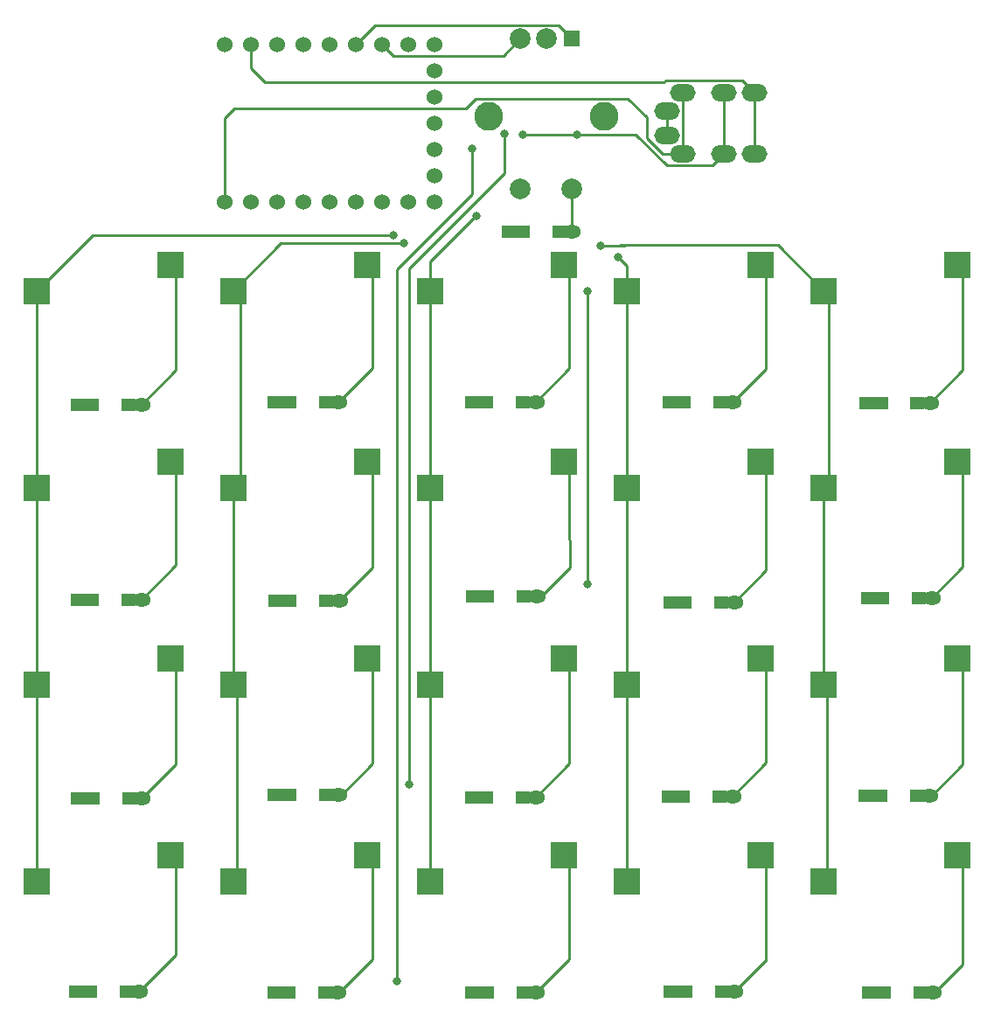
<source format=gbr>
%TF.GenerationSoftware,KiCad,Pcbnew,7.0.1-0*%
%TF.CreationDate,2023-09-11T21:36:53+09:00*%
%TF.ProjectId,jisaku20rp_right_re,6a697361-6b75-4323-9072-705f72696768,rev?*%
%TF.SameCoordinates,Original*%
%TF.FileFunction,Copper,L2,Bot*%
%TF.FilePolarity,Positive*%
%FSLAX46Y46*%
G04 Gerber Fmt 4.6, Leading zero omitted, Abs format (unit mm)*
G04 Created by KiCad (PCBNEW 7.0.1-0) date 2023-09-11 21:36:53*
%MOMM*%
%LPD*%
G01*
G04 APERTURE LIST*
%TA.AperFunction,ComponentPad*%
%ADD10O,2.500000X1.700000*%
%TD*%
%TA.AperFunction,SMDPad,CuDef*%
%ADD11R,2.550000X2.500000*%
%TD*%
%TA.AperFunction,ComponentPad*%
%ADD12C,1.524000*%
%TD*%
%TA.AperFunction,ComponentPad*%
%ADD13R,1.500000X1.500000*%
%TD*%
%TA.AperFunction,ComponentPad*%
%ADD14C,2.000000*%
%TD*%
%TA.AperFunction,ComponentPad*%
%ADD15C,2.800000*%
%TD*%
%TA.AperFunction,ComponentPad*%
%ADD16R,1.778000X1.300000*%
%TD*%
%TA.AperFunction,SMDPad,CuDef*%
%ADD17R,1.400000X1.300000*%
%TD*%
%TA.AperFunction,ComponentPad*%
%ADD18O,1.778000X1.300000*%
%TD*%
%TA.AperFunction,ViaPad*%
%ADD19C,0.800000*%
%TD*%
%TA.AperFunction,Conductor*%
%ADD20C,0.250000*%
%TD*%
G04 APERTURE END LIST*
D10*
%TO.P,J1,A*%
%TO.N,unconnected-(J1-PadA)*%
X53940000Y19990000D03*
X53940000Y17540000D03*
%TO.P,J1,B*%
%TO.N,data*%
X62440000Y21740000D03*
X62440000Y15790000D03*
%TO.P,J1,C*%
%TO.N,GND*%
X59440000Y21740000D03*
X59440000Y15790000D03*
%TO.P,J1,D*%
%TO.N,VCC*%
X55440000Y21740000D03*
X55440000Y15790000D03*
%TD*%
D11*
%TO.P,SW15,1,1*%
%TO.N,col4*%
X69115000Y-35560000D03*
%TO.P,SW15,2,2*%
%TO.N,Net-(D15-A)*%
X82042000Y-33020000D03*
%TD*%
%TO.P,SW1,1,1*%
%TO.N,col0*%
X-7085000Y2540000D03*
%TO.P,SW1,2,2*%
%TO.N,Net-(D1-A)*%
X5842000Y5080000D03*
%TD*%
%TO.P,SW14,1,1*%
%TO.N,col3*%
X50065000Y-35560000D03*
%TO.P,SW14,2,2*%
%TO.N,Net-(D14-A)*%
X62992000Y-33020000D03*
%TD*%
%TO.P,SW2,1,1*%
%TO.N,col1*%
X11965000Y2540000D03*
%TO.P,SW2,2,2*%
%TO.N,Net-(D2-A)*%
X24892000Y5080000D03*
%TD*%
%TO.P,SW17,1,1*%
%TO.N,col1*%
X11965000Y-54610000D03*
%TO.P,SW17,2,2*%
%TO.N,Net-(D17-A)*%
X24892000Y-52070000D03*
%TD*%
D12*
%TO.P,U2,0,GP0*%
%TO.N,unconnected-(U2-GP0-Pad0)*%
X11110000Y26410000D03*
%TO.P,U2,1,GP1*%
%TO.N,data*%
X13650000Y26410000D03*
%TO.P,U2,2,GP2*%
%TO.N,unconnected-(U2-GP2-Pad2)*%
X16190000Y26410000D03*
%TO.P,U2,3,GP3*%
%TO.N,unconnected-(U2-GP3-Pad3)*%
X18730000Y26410000D03*
%TO.P,U2,4,GP4*%
%TO.N,unconnected-(U2-GP4-Pad4)*%
X21270000Y26410000D03*
%TO.P,U2,5,GP5*%
%TO.N,re1*%
X23810000Y26410000D03*
%TO.P,U2,6,GP6*%
%TO.N,re2*%
X26350000Y26410000D03*
%TO.P,U2,7,GP7*%
%TO.N,col4*%
X28890000Y26410000D03*
%TO.P,U2,8,GP8*%
%TO.N,col3*%
X31430000Y26410000D03*
%TO.P,U2,9,GP9*%
%TO.N,row0*%
X31430000Y23870000D03*
%TO.P,U2,10,GP10*%
%TO.N,row1*%
X31430000Y21330000D03*
%TO.P,U2,11,GP11*%
%TO.N,row2*%
X31430000Y18790000D03*
%TO.P,U2,12,GP12*%
%TO.N,row3*%
X31430000Y16250000D03*
%TO.P,U2,13,GP13*%
%TO.N,col2*%
X31430000Y13710000D03*
%TO.P,U2,14,GP14*%
%TO.N,col1*%
X31430000Y11170000D03*
%TO.P,U2,15,GP15*%
%TO.N,col0*%
X28890000Y11170000D03*
%TO.P,U2,26,GP26*%
%TO.N,row4*%
X26350000Y11170000D03*
%TO.P,U2,27,GP27*%
%TO.N,unconnected-(U2-GP27-Pad27)*%
X23810000Y11170000D03*
%TO.P,U2,28,GP28*%
%TO.N,unconnected-(U2-GP28-Pad28)*%
X21270000Y11170000D03*
%TO.P,U2,29,GP29*%
%TO.N,unconnected-(U2-GP29-Pad29)*%
X18730000Y11170000D03*
%TO.P,U2,30,3V3*%
%TO.N,unconnected-(U2-3V3-Pad30)*%
X16190000Y11170000D03*
%TO.P,U2,31,GND*%
%TO.N,GND*%
X13650000Y11170000D03*
%TO.P,U2,32,5V*%
%TO.N,VCC*%
X11110000Y11170000D03*
%TD*%
D11*
%TO.P,SW5,1,1*%
%TO.N,col4*%
X69115000Y2540000D03*
%TO.P,SW5,2,2*%
%TO.N,Net-(D5-A)*%
X82042000Y5080000D03*
%TD*%
%TO.P,SW7,1,1*%
%TO.N,col1*%
X11965000Y-16510000D03*
%TO.P,SW7,2,2*%
%TO.N,Net-(D7-A)*%
X24892000Y-13970000D03*
%TD*%
%TO.P,SW20,1,1*%
%TO.N,col4*%
X69115000Y-54610000D03*
%TO.P,SW20,2,2*%
%TO.N,Net-(D20-A)*%
X82042000Y-52070000D03*
%TD*%
%TO.P,SW8,1,1*%
%TO.N,col2*%
X31015000Y-16510000D03*
%TO.P,SW8,2,2*%
%TO.N,Net-(D8-A)*%
X43942000Y-13970000D03*
%TD*%
%TO.P,SW10,1,1*%
%TO.N,col4*%
X69115000Y-16510000D03*
%TO.P,SW10,2,2*%
%TO.N,Net-(D10-A)*%
X82042000Y-13970000D03*
%TD*%
%TO.P,SW3,1,1*%
%TO.N,col2*%
X31015000Y2540000D03*
%TO.P,SW3,2,2*%
%TO.N,Net-(D3-A)*%
X43942000Y5080000D03*
%TD*%
%TO.P,SW16,1,1*%
%TO.N,col0*%
X-7085000Y-54610000D03*
%TO.P,SW16,2,2*%
%TO.N,Net-(D16-A)*%
X5842000Y-52070000D03*
%TD*%
%TO.P,SW18,1,1*%
%TO.N,col2*%
X31015000Y-54610000D03*
%TO.P,SW18,2,2*%
%TO.N,Net-(D18-A)*%
X43942000Y-52070000D03*
%TD*%
%TO.P,SW12,1,1*%
%TO.N,col1*%
X11965000Y-35560000D03*
%TO.P,SW12,2,2*%
%TO.N,Net-(D12-A)*%
X24892000Y-33020000D03*
%TD*%
%TO.P,SW9,1,1*%
%TO.N,col3*%
X50065000Y-16510000D03*
%TO.P,SW9,2,2*%
%TO.N,Net-(D9-A)*%
X62992000Y-13970000D03*
%TD*%
%TO.P,SW11,1,1*%
%TO.N,col0*%
X-7085000Y-35560000D03*
%TO.P,SW11,2,2*%
%TO.N,Net-(D11-A)*%
X5842000Y-33020000D03*
%TD*%
%TO.P,SW6,1,1*%
%TO.N,col0*%
X-7085000Y-16510000D03*
%TO.P,SW6,2,2*%
%TO.N,Net-(D6-A)*%
X5842000Y-13970000D03*
%TD*%
%TO.P,SW4,1,1*%
%TO.N,col3*%
X50065000Y2540000D03*
%TO.P,SW4,2,2*%
%TO.N,Net-(D4-A)*%
X62992000Y5080000D03*
%TD*%
%TO.P,SW13,1,1*%
%TO.N,col2*%
X31015000Y-35560000D03*
%TO.P,SW13,2,2*%
%TO.N,Net-(D13-A)*%
X43942000Y-33020000D03*
%TD*%
%TO.P,SW19,1,1*%
%TO.N,col3*%
X50065000Y-54610000D03*
%TO.P,SW19,2,2*%
%TO.N,Net-(D19-A)*%
X62992000Y-52070000D03*
%TD*%
D13*
%TO.P,SW21,A,A*%
%TO.N,re1*%
X44760000Y26940000D03*
D14*
%TO.P,SW21,B,B*%
%TO.N,re2*%
X39760000Y26940000D03*
%TO.P,SW21,C,C*%
%TO.N,GND*%
X42260000Y26940000D03*
D15*
%TO.P,SW21,MP*%
%TO.N,N/C*%
X47860000Y19440000D03*
X36660000Y19440000D03*
D14*
%TO.P,SW21,S1,S1*%
%TO.N,Net-(D21-A)*%
X44760000Y12440000D03*
%TO.P,SW21,S2,S2*%
%TO.N,col0*%
X39760000Y12440000D03*
%TD*%
D16*
%TO.P,D15,1,K*%
%TO.N,row2*%
X73360000Y-46332500D03*
D17*
X74585000Y-46332500D03*
%TO.P,D15,2,A*%
%TO.N,Net-(D15-A)*%
X78135000Y-46332500D03*
D18*
X79360000Y-46332500D03*
%TD*%
D16*
%TO.P,D11,1,K*%
%TO.N,row2*%
X-2930000Y-46640000D03*
D17*
X-1705000Y-46640000D03*
%TO.P,D11,2,A*%
%TO.N,Net-(D11-A)*%
X1845000Y-46640000D03*
D18*
X3070000Y-46640000D03*
%TD*%
D16*
%TO.P,D4,1,K*%
%TO.N,row0*%
X54330000Y-8240000D03*
D17*
X55555000Y-8240000D03*
%TO.P,D4,2,A*%
%TO.N,Net-(D4-A)*%
X59105000Y-8240000D03*
D18*
X60330000Y-8240000D03*
%TD*%
D16*
%TO.P,D6,1,K*%
%TO.N,row1*%
X-2950000Y-27340000D03*
D17*
X-1725000Y-27340000D03*
%TO.P,D6,2,A*%
%TO.N,Net-(D6-A)*%
X1825000Y-27340000D03*
D18*
X3050000Y-27340000D03*
%TD*%
D16*
%TO.P,D9,1,K*%
%TO.N,row1*%
X54440000Y-27630000D03*
D17*
X55665000Y-27630000D03*
%TO.P,D9,2,A*%
%TO.N,Net-(D9-A)*%
X59215000Y-27630000D03*
D18*
X60440000Y-27630000D03*
%TD*%
D16*
%TO.P,D8,1,K*%
%TO.N,row1*%
X35310000Y-27050000D03*
D17*
X36535000Y-27050000D03*
%TO.P,D8,2,A*%
%TO.N,Net-(D8-A)*%
X40085000Y-27050000D03*
D18*
X41310000Y-27050000D03*
%TD*%
D16*
%TO.P,D20,1,K*%
%TO.N,row3*%
X73695000Y-65430000D03*
D17*
X74920000Y-65430000D03*
%TO.P,D20,2,A*%
%TO.N,Net-(D20-A)*%
X78470000Y-65430000D03*
D18*
X79695000Y-65430000D03*
%TD*%
D16*
%TO.P,D17,1,K*%
%TO.N,row3*%
X16061250Y-65430000D03*
D17*
X17286250Y-65430000D03*
%TO.P,D17,2,A*%
%TO.N,Net-(D17-A)*%
X20836250Y-65430000D03*
D18*
X22061250Y-65430000D03*
%TD*%
D16*
%TO.P,D12,1,K*%
%TO.N,row2*%
X16142500Y-46230000D03*
D17*
X17367500Y-46230000D03*
%TO.P,D12,2,A*%
%TO.N,Net-(D12-A)*%
X20917500Y-46230000D03*
D18*
X22142500Y-46230000D03*
%TD*%
D16*
%TO.P,D10,1,K*%
%TO.N,row1*%
X73570000Y-27195000D03*
D17*
X74795000Y-27195000D03*
%TO.P,D10,2,A*%
%TO.N,Net-(D10-A)*%
X78345000Y-27195000D03*
D18*
X79570000Y-27195000D03*
%TD*%
D16*
%TO.P,D5,1,K*%
%TO.N,row0*%
X73430000Y-8300000D03*
D17*
X74655000Y-8300000D03*
%TO.P,D5,2,A*%
%TO.N,Net-(D5-A)*%
X78205000Y-8300000D03*
D18*
X79430000Y-8300000D03*
%TD*%
D16*
%TO.P,D13,1,K*%
%TO.N,row2*%
X35215000Y-46537500D03*
D17*
X36440000Y-46537500D03*
%TO.P,D13,2,A*%
%TO.N,Net-(D13-A)*%
X39990000Y-46537500D03*
D18*
X41215000Y-46537500D03*
%TD*%
D16*
%TO.P,D1,1,K*%
%TO.N,row0*%
X-2970000Y-8510000D03*
D17*
X-1745000Y-8510000D03*
%TO.P,D1,2,A*%
%TO.N,Net-(D1-A)*%
X1805000Y-8510000D03*
D18*
X3030000Y-8510000D03*
%TD*%
D16*
%TO.P,D14,1,K*%
%TO.N,row2*%
X54287500Y-46435000D03*
D17*
X55512500Y-46435000D03*
%TO.P,D14,2,A*%
%TO.N,Net-(D14-A)*%
X59062500Y-46435000D03*
D18*
X60287500Y-46435000D03*
%TD*%
D16*
%TO.P,D7,1,K*%
%TO.N,row1*%
X16180000Y-27485000D03*
D17*
X17405000Y-27485000D03*
%TO.P,D7,2,A*%
%TO.N,Net-(D7-A)*%
X20955000Y-27485000D03*
D18*
X22180000Y-27485000D03*
%TD*%
D16*
%TO.P,D3,1,K*%
%TO.N,row0*%
X35230000Y-8240000D03*
D17*
X36455000Y-8240000D03*
%TO.P,D3,2,A*%
%TO.N,Net-(D3-A)*%
X40005000Y-8240000D03*
D18*
X41230000Y-8240000D03*
%TD*%
D16*
%TO.P,D19,1,K*%
%TO.N,row3*%
X54483750Y-65300000D03*
D17*
X55708750Y-65300000D03*
%TO.P,D19,2,A*%
%TO.N,Net-(D19-A)*%
X59258750Y-65300000D03*
D18*
X60483750Y-65300000D03*
%TD*%
D16*
%TO.P,D18,1,K*%
%TO.N,row3*%
X35272500Y-65430000D03*
D17*
X36497500Y-65430000D03*
%TO.P,D18,2,A*%
%TO.N,Net-(D18-A)*%
X40047500Y-65430000D03*
D18*
X41272500Y-65430000D03*
%TD*%
D16*
%TO.P,D16,1,K*%
%TO.N,row3*%
X-3150000Y-65300000D03*
D17*
X-1925000Y-65300000D03*
%TO.P,D16,2,A*%
%TO.N,Net-(D16-A)*%
X1625000Y-65300000D03*
D18*
X2850000Y-65300000D03*
%TD*%
D16*
%TO.P,D21,1,K*%
%TO.N,row4*%
X38760000Y8240000D03*
D17*
X39985000Y8240000D03*
%TO.P,D21,2,A*%
%TO.N,Net-(D21-A)*%
X43535000Y8240000D03*
D18*
X44760000Y8240000D03*
%TD*%
D16*
%TO.P,D2,1,K*%
%TO.N,row0*%
X16130000Y-8240000D03*
D17*
X17355000Y-8240000D03*
%TO.P,D2,2,A*%
%TO.N,Net-(D2-A)*%
X20905000Y-8240000D03*
D18*
X22130000Y-8240000D03*
%TD*%
D19*
%TO.N,row1*%
X46220000Y2490000D03*
X46220000Y-25840000D03*
%TO.N,row2*%
X28980000Y-45255000D03*
X38240000Y17729500D03*
%TO.N,row3*%
X27810000Y-64320000D03*
X35080000Y16280000D03*
%TO.N,col0*%
X27460000Y7960000D03*
%TO.N,col1*%
X28480000Y7140000D03*
%TO.N,col2*%
X35460000Y9790000D03*
%TO.N,col3*%
X49220000Y5790000D03*
%TO.N,col4*%
X47520000Y6950000D03*
%TO.N,GND*%
X45240000Y17700000D03*
X39970000Y17700000D03*
%TD*%
D20*
%TO.N,Net-(D1-A)*%
X5842000Y5080000D02*
X6405000Y4517000D01*
X6405000Y4517000D02*
X6405000Y-5135000D01*
X6405000Y-5135000D02*
X3030000Y-8510000D01*
%TO.N,Net-(D2-A)*%
X25455000Y-4915000D02*
X22130000Y-8240000D01*
X24892000Y5080000D02*
X25455000Y4517000D01*
X25455000Y4517000D02*
X25455000Y-4915000D01*
%TO.N,Net-(D3-A)*%
X43942000Y5080000D02*
X44505000Y4517000D01*
X44505000Y4517000D02*
X44505000Y-4965000D01*
X44505000Y-4965000D02*
X41230000Y-8240000D01*
%TO.N,Net-(D4-A)*%
X63555000Y-5015000D02*
X60330000Y-8240000D01*
X63555000Y4517000D02*
X63555000Y-5015000D01*
X62992000Y5080000D02*
X63555000Y4517000D01*
%TO.N,Net-(D5-A)*%
X82042000Y5080000D02*
X82605000Y4517000D01*
X82605000Y4517000D02*
X82605000Y-5125000D01*
X82605000Y-5125000D02*
X79430000Y-8300000D01*
%TO.N,row1*%
X46220000Y2490000D02*
X46220000Y-25840000D01*
%TO.N,Net-(D6-A)*%
X6405000Y-14533000D02*
X6405000Y-23985000D01*
X6405000Y-23985000D02*
X3050000Y-27340000D01*
X5842000Y-13970000D02*
X6405000Y-14533000D01*
%TO.N,Net-(D7-A)*%
X22180000Y-27485000D02*
X25455000Y-24210000D01*
X25455000Y-14533000D02*
X24892000Y-13970000D01*
X25455000Y-24210000D02*
X25455000Y-14533000D01*
%TO.N,Net-(D8-A)*%
X44520000Y-21590000D02*
X44520000Y-24260000D01*
X44505000Y-21575000D02*
X44520000Y-21590000D01*
X44505000Y-14533000D02*
X44505000Y-21575000D01*
X41730000Y-27050000D02*
X41310000Y-27050000D01*
X43942000Y-13970000D02*
X44505000Y-14533000D01*
X44520000Y-24260000D02*
X41730000Y-27050000D01*
%TO.N,Net-(D9-A)*%
X63555000Y-24515000D02*
X60440000Y-27630000D01*
X62992000Y-13970000D02*
X63555000Y-14533000D01*
X63555000Y-14533000D02*
X63555000Y-24515000D01*
%TO.N,Net-(D10-A)*%
X82605000Y-14533000D02*
X82605000Y-24160000D01*
X82042000Y-13970000D02*
X82605000Y-14533000D01*
X82605000Y-24160000D02*
X79570000Y-27195000D01*
%TO.N,row2*%
X38240000Y13960000D02*
X31415000Y7135000D01*
X28970000Y-45245000D02*
X28980000Y-45255000D01*
X28970000Y4720000D02*
X28970000Y-45245000D01*
X31415000Y7135000D02*
X31385000Y7135000D01*
X38240000Y17729500D02*
X38240000Y13960000D01*
X31385000Y7135000D02*
X28970000Y4720000D01*
%TO.N,Net-(D11-A)*%
X6405000Y-43305000D02*
X6405000Y-33583000D01*
X6405000Y-33583000D02*
X5842000Y-33020000D01*
X3070000Y-46640000D02*
X6405000Y-43305000D01*
%TO.N,row3*%
X27820000Y4640000D02*
X35080000Y11900000D01*
X35080000Y11900000D02*
X35080000Y16280000D01*
X27820000Y4640000D02*
X27820000Y-64310000D01*
X27820000Y-64310000D02*
X27810000Y-64320000D01*
%TO.N,Net-(D12-A)*%
X22450000Y-46230000D02*
X22142500Y-46230000D01*
X24892000Y-33020000D02*
X25455000Y-33583000D01*
X25455000Y-43225000D02*
X22450000Y-46230000D01*
X25455000Y-33583000D02*
X25455000Y-43225000D01*
%TO.N,Net-(D13-A)*%
X44505000Y-43247500D02*
X41215000Y-46537500D01*
X44505000Y-33583000D02*
X44505000Y-43247500D01*
X43942000Y-33020000D02*
X44505000Y-33583000D01*
%TO.N,Net-(D14-A)*%
X63555000Y-33583000D02*
X63555000Y-43167500D01*
X62992000Y-33020000D02*
X63555000Y-33583000D01*
X63555000Y-43167500D02*
X60287500Y-46435000D01*
%TO.N,Net-(D15-A)*%
X79567500Y-46332500D02*
X79360000Y-46332500D01*
X82042000Y-33020000D02*
X82605000Y-33583000D01*
X82605000Y-33583000D02*
X82605000Y-43295000D01*
X82605000Y-43295000D02*
X79567500Y-46332500D01*
%TO.N,Net-(D16-A)*%
X6370000Y-61780000D02*
X6370000Y-60520000D01*
X2850000Y-65300000D02*
X6370000Y-61780000D01*
X6370000Y-60520000D02*
X6405000Y-60485000D01*
X6405000Y-52633000D02*
X5842000Y-52070000D01*
X6405000Y-60485000D02*
X6405000Y-52633000D01*
%TO.N,Net-(D17-A)*%
X25455000Y-62185000D02*
X22210000Y-65430000D01*
X24892000Y-52070000D02*
X25455000Y-52633000D01*
X22210000Y-65430000D02*
X22061250Y-65430000D01*
X25455000Y-52633000D02*
X25455000Y-62185000D01*
%TO.N,Net-(D18-A)*%
X44505000Y-62197500D02*
X44505000Y-52633000D01*
X44505000Y-52633000D02*
X43942000Y-52070000D01*
X41272500Y-65430000D02*
X44505000Y-62197500D01*
%TO.N,Net-(D19-A)*%
X63555000Y-52633000D02*
X63555000Y-62315000D01*
X62992000Y-52070000D02*
X63555000Y-52633000D01*
X63555000Y-62315000D02*
X63468750Y-62315000D01*
X63468750Y-62315000D02*
X60483750Y-65300000D01*
%TO.N,Net-(D20-A)*%
X82605000Y-52633000D02*
X82605000Y-62655000D01*
X82042000Y-52070000D02*
X82605000Y-52633000D01*
X82605000Y-62655000D02*
X79830000Y-65430000D01*
X79830000Y-65430000D02*
X79695000Y-65430000D01*
%TO.N,col0*%
X-1657500Y7967500D02*
X-7085000Y2540000D01*
X-1657500Y7967500D02*
X27452500Y7967500D01*
X-7085000Y-35560000D02*
X-7085000Y-54610000D01*
X-7085000Y-16510000D02*
X-7085000Y-35560000D01*
X27452500Y7967500D02*
X27460000Y7960000D01*
X-7085000Y2540000D02*
X-7085000Y-16510000D01*
%TO.N,col1*%
X12645000Y-15830000D02*
X12645000Y1860000D01*
X12310000Y-35905000D02*
X11965000Y-35560000D01*
X11965000Y-54610000D02*
X12310000Y-54265000D01*
X11965000Y-35560000D02*
X11965000Y-16510000D01*
X16565000Y7140000D02*
X11965000Y2540000D01*
X12310000Y-54265000D02*
X12310000Y-35905000D01*
X28480000Y7140000D02*
X16565000Y7140000D01*
X12645000Y1860000D02*
X11965000Y2540000D01*
X11965000Y-16510000D02*
X12645000Y-15830000D01*
%TO.N,col2*%
X31015000Y-16510000D02*
X31015000Y-35560000D01*
X31015000Y2540000D02*
X31015000Y-16510000D01*
X31015000Y-54610000D02*
X31015000Y-35560000D01*
X35430000Y9790000D02*
X35460000Y9790000D01*
X31875000Y6235000D02*
X31015000Y5375000D01*
X31875000Y6235000D02*
X35430000Y9790000D01*
X31015000Y5375000D02*
X31015000Y2540000D01*
%TO.N,col3*%
X50065000Y-35560000D02*
X50065000Y-16510000D01*
X50065000Y-54610000D02*
X50065000Y-35560000D01*
X50065000Y4945000D02*
X49220000Y5790000D01*
X50065000Y-16510000D02*
X50065000Y2540000D01*
X50065000Y2540000D02*
X50065000Y4945000D01*
%TO.N,col4*%
X69115000Y-35560000D02*
X69400000Y-35845000D01*
X64700000Y6955000D02*
X69115000Y2540000D01*
X69580000Y-16045000D02*
X69115000Y-16510000D01*
X69400000Y-35845000D02*
X69400000Y-54325000D01*
X49855000Y6950000D02*
X49860000Y6955000D01*
X47520000Y6950000D02*
X49855000Y6950000D01*
X69115000Y-16510000D02*
X69115000Y-35560000D01*
X49860000Y6955000D02*
X64700000Y6955000D01*
X49410000Y6955000D02*
X49860000Y6955000D01*
X69115000Y2540000D02*
X69580000Y2075000D01*
X69400000Y-54325000D02*
X69115000Y-54610000D01*
X69580000Y2075000D02*
X69580000Y-16045000D01*
%TO.N,GND*%
X58315000Y14665000D02*
X59440000Y15790000D01*
X50920000Y17700000D02*
X53955000Y14665000D01*
X39970000Y17700000D02*
X45240000Y17700000D01*
X45240000Y17700000D02*
X50920000Y17700000D01*
X59440000Y21740000D02*
X59440000Y15790000D01*
X53955000Y14665000D02*
X58315000Y14665000D01*
%TO.N,data*%
X13650000Y24140000D02*
X13650000Y26410000D01*
X62440000Y21740000D02*
X61265000Y22915000D01*
X53805000Y22915000D02*
X53673000Y22783000D01*
X61265000Y22915000D02*
X53805000Y22915000D01*
X62440000Y21740000D02*
X62440000Y15790000D01*
X53673000Y22783000D02*
X15007000Y22783000D01*
X15007000Y22783000D02*
X13650000Y24140000D01*
%TO.N,row4*%
X39985000Y8240000D02*
X38760000Y8240000D01*
%TO.N,Net-(D21-A)*%
X44760000Y8240000D02*
X43535000Y8240000D01*
X44760000Y12440000D02*
X44760000Y8240000D01*
%TO.N,re1*%
X44760000Y26940000D02*
X43435000Y28265000D01*
X25665000Y28265000D02*
X23810000Y26410000D01*
X43435000Y28265000D02*
X25665000Y28265000D01*
%TO.N,VCC*%
X55440000Y21740000D02*
X55465000Y21715000D01*
X53550000Y15790000D02*
X55440000Y15790000D01*
X55465000Y15815000D02*
X55440000Y15790000D01*
X35405000Y21165000D02*
X50145000Y21165000D01*
X51990000Y17350000D02*
X53550000Y15790000D01*
X51990000Y19320000D02*
X51990000Y17350000D01*
X50145000Y21165000D02*
X51990000Y19320000D01*
X12063000Y20243000D02*
X34483000Y20243000D01*
X11110000Y11170000D02*
X11110000Y19290000D01*
X55465000Y21715000D02*
X55465000Y15815000D01*
X11110000Y19290000D02*
X12063000Y20243000D01*
X34483000Y20243000D02*
X35405000Y21165000D01*
%TO.N,unconnected-(J1-PadA)*%
X53940000Y19990000D02*
X53940000Y17540000D01*
%TO.N,re2*%
X27437000Y25323000D02*
X26350000Y26410000D01*
X38143000Y25323000D02*
X27437000Y25323000D01*
X39760000Y26940000D02*
X38143000Y25323000D01*
%TD*%
M02*

</source>
